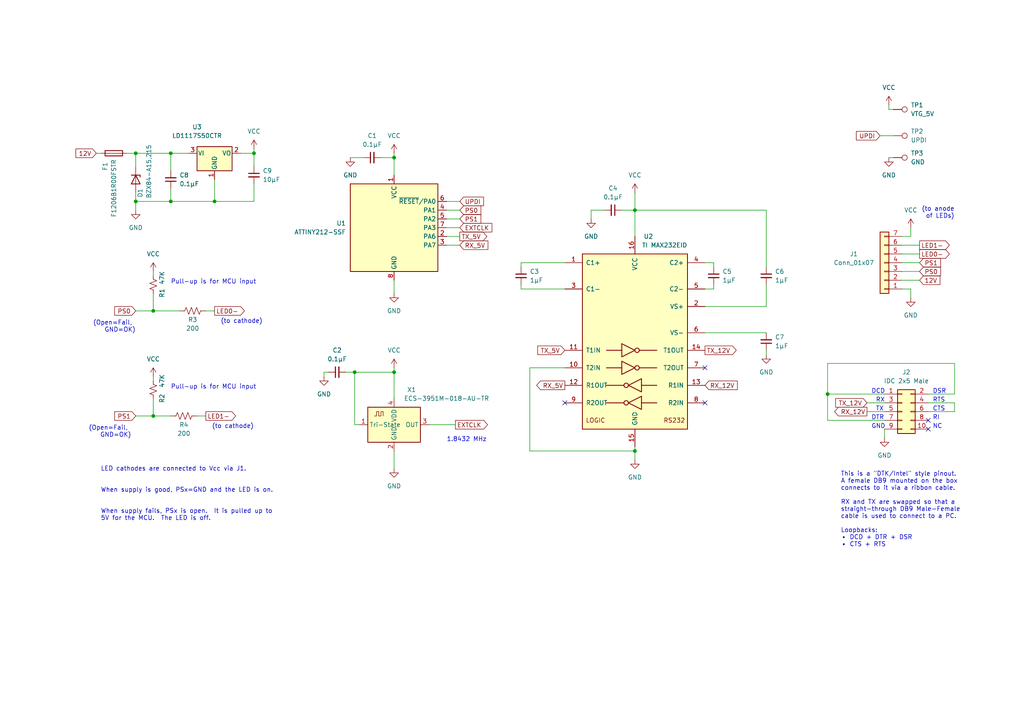
<source format=kicad_sch>
(kicad_sch (version 20230121) (generator eeschema)
  (paper "A4")
  (lib_symbols
    (symbol "Connector:TestPoint" (pin_numbers hide) (pin_names (offset 0.762) hide)
      (property "Reference" "TP" (at 0 6.858 0))
      (property "Value" "TestPoint" (at 0 5.08 0))
      (symbol "TestPoint_0_1"
        (circle (center 0 3.302) (radius 0.762))
      )
      (symbol "TestPoint_1_1"
        (pin passive line (at 0 0 90) (length 2.54) (name "1") (number "1"))
      )
    )
    (symbol "Connector_Generic:Conn_01x07" (pin_names (offset 1.016) hide)
      (property "Reference" "J" (at 0 10.16 0))
      (property "Value" "Conn_01x07" (at 0 -10.16 0))
      (symbol "Conn_01x07_1_1"
        (rectangle (start -1.27 -7.493) (end 0 -7.747) (stroke (width 0.1524)))
        (rectangle (start -1.27 -4.953) (end 0 -5.207) (stroke (width 0.1524)))
        (rectangle (start -1.27 -2.413) (end 0 -2.667) (stroke (width 0.1524)))
        (rectangle (start -1.27 0.127) (end 0 -0.127) (stroke (width 0.1524)))
        (rectangle (start -1.27 2.667) (end 0 2.413) (stroke (width 0.1524)))
        (rectangle (start -1.27 5.207) (end 0 4.953) (stroke (width 0.1524)))
        (rectangle (start -1.27 7.747) (end 0 7.493) (stroke (width 0.1524)))
        (rectangle (start -1.27 8.89) (end 1.27 -8.89) (stroke (width 0.254)) (fill (type background)))
        (pin passive line (at -5.08 7.62 0) (length 3.81) (name "Pin_1") (number "1"))
        (pin passive line (at -5.08 5.08 0) (length 3.81) (name "Pin_2") (number "2"))
        (pin passive line (at -5.08 2.54 0) (length 3.81) (name "Pin_3") (number "3"))
        (pin passive line (at -5.08 0 0) (length 3.81) (name "Pin_4") (number "4"))
        (pin passive line (at -5.08 -2.54 0) (length 3.81) (name "Pin_5") (number "5"))
        (pin passive line (at -5.08 -5.08 0) (length 3.81) (name "Pin_6") (number "6"))
        (pin passive line (at -5.08 -7.62 0) (length 3.81) (name "Pin_7") (number "7"))
      )
    )
    (symbol "Connector_Generic:Conn_02x05_Odd_Even" (pin_names (offset 1.016) hide)
      (property "Reference" "J" (at 1.27 7.62 0))
      (property "Value" "Conn_02x05_Odd_Even" (at 1.27 -7.62 0))
      (symbol "Conn_02x05_Odd_Even_1_1"
        (rectangle (start -1.27 -4.953) (end 0 -5.207) (stroke (width 0.1524)))
        (rectangle (start -1.27 -2.413) (end 0 -2.667) (stroke (width 0.1524)))
        (rectangle (start -1.27 0.127) (end 0 -0.127) (stroke (width 0.1524)))
        (rectangle (start -1.27 2.667) (end 0 2.413) (stroke (width 0.1524)))
        (rectangle (start -1.27 5.207) (end 0 4.953) (stroke (width 0.1524)))
        (rectangle (start -1.27 6.35) (end 3.81 -6.35) (stroke (width 0.254)) (fill (type background)))
        (rectangle (start 3.81 -4.953) (end 2.54 -5.207) (stroke (width 0.1524)))
        (rectangle (start 3.81 -2.413) (end 2.54 -2.667) (stroke (width 0.1524)))
        (rectangle (start 3.81 0.127) (end 2.54 -0.127) (stroke (width 0.1524)))
        (rectangle (start 3.81 2.667) (end 2.54 2.413) (stroke (width 0.1524)))
        (rectangle (start 3.81 5.207) (end 2.54 4.953) (stroke (width 0.1524)))
        (pin passive line (at -5.08 5.08 0) (length 3.81) (name "Pin_1") (number "1"))
        (pin passive line (at 7.62 -5.08 180) (length 3.81) (name "Pin_10") (number "10"))
        (pin passive line (at 7.62 5.08 180) (length 3.81) (name "Pin_2") (number "2"))
        (pin passive line (at -5.08 2.54 0) (length 3.81) (name "Pin_3") (number "3"))
        (pin passive line (at 7.62 2.54 180) (length 3.81) (name "Pin_4") (number "4"))
        (pin passive line (at -5.08 0 0) (length 3.81) (name "Pin_5") (number "5"))
        (pin passive line (at 7.62 0 180) (length 3.81) (name "Pin_6") (number "6"))
        (pin passive line (at -5.08 -2.54 0) (length 3.81) (name "Pin_7") (number "7"))
        (pin passive line (at 7.62 -2.54 180) (length 3.81) (name "Pin_8") (number "8"))
        (pin passive line (at -5.08 -5.08 0) (length 3.81) (name "Pin_9") (number "9"))
      )
    )
    (symbol "Device:C_Small" (pin_numbers hide) (pin_names (offset 0.254) hide)
      (property "Reference" "C" (at 0.254 1.778 0))
      (property "Value" "C_Small" (at 0.254 -2.032 0))
      (symbol "C_Small_0_1"
        (polyline (pts (xy -1.524 -0.508) (xy 1.524 -0.508)) (stroke (width 0.3302)))
        (polyline (pts (xy -1.524 0.508) (xy 1.524 0.508)) (stroke (width 0.3048)))
      )
      (symbol "C_Small_1_1"
        (pin passive line (at 0 2.54 270) (length 2.032) (name "~") (number "1"))
        (pin passive line (at 0 -2.54 90) (length 2.032) (name "~") (number "2"))
      )
    )
    (symbol "Device:Fuse" (pin_numbers hide) (pin_names (offset 0))
      (property "Reference" "F" (at 2.032 0 90))
      (property "Value" "Fuse" (at -1.905 0 90))
      (symbol "Fuse_0_1"
        (rectangle (start -0.762 -2.54) (end 0.762 2.54) (stroke (width 0.254)))
        (polyline (pts (xy 0 2.54) (xy 0 -2.54)))
      )
      (symbol "Fuse_1_1"
        (pin passive line (at 0 3.81 270) (length 1.27) (name "~") (number "1"))
        (pin passive line (at 0 -3.81 90) (length 1.27) (name "~") (number "2"))
      )
    )
    (symbol "Device:R_Small_US" (pin_numbers hide) (pin_names (offset 0.254) hide)
      (property "Reference" "R" (at 0.762 0.508 0))
      (property "Value" "R_Small_US" (at 0.762 -1.016 0))
      (symbol "R_Small_US_1_1"
        (polyline (pts (xy 0 0) (xy 1.016 -0.381) (xy 0 -0.762) (xy -1.016 -1.143) (xy 0 -1.524)))
        (polyline (pts (xy 0 1.524) (xy 1.016 1.143) (xy 0 0.762) (xy -1.016 0.381) (xy 0 0)))
        (pin passive line (at 0 2.54 270) (length 1.016) (name "~") (number "1"))
        (pin passive line (at 0 -2.54 90) (length 1.016) (name "~") (number "2"))
      )
    )
    (symbol "Device:R_US" (pin_numbers hide) (pin_names (offset 0))
      (property "Reference" "R" (at 2.54 0 90))
      (property "Value" "R_US" (at -2.54 0 90))
      (symbol "R_US_0_1"
        (polyline (pts (xy 0 -2.286) (xy 0 -2.54)))
        (polyline (pts (xy 0 2.286) (xy 0 2.54)))
        (polyline (pts (xy 0 -0.762) (xy 1.016 -1.143) (xy 0 -1.524) (xy -1.016 -1.905) (xy 0 -2.286)))
        (polyline (pts (xy 0 0.762) (xy 1.016 0.381) (xy 0 0) (xy -1.016 -0.381) (xy 0 -0.762)))
        (polyline (pts (xy 0 2.286) (xy 1.016 1.905) (xy 0 1.524) (xy -1.016 1.143) (xy 0 0.762)))
      )
      (symbol "R_US_1_1"
        (pin passive line (at 0 3.81 270) (length 1.27) (name "~") (number "1"))
        (pin passive line (at 0 -3.81 90) (length 1.27) (name "~") (number "2"))
      )
    )
    (symbol "Diode:BZX84Cxx" (pin_numbers hide) (pin_names hide)
      (property "Reference" "D" (at 0 3.81 0))
      (property "Value" "BZX84Cxx" (at 0 -3.81 0))
      (symbol "BZX84Cxx_0_1"
        (polyline (pts (xy 1.27 0) (xy -1.27 0)))
        (polyline (pts (xy -1.27 -1.27) (xy -1.27 1.27) (xy -0.762 1.27)) (stroke (width 0.254)))
        (polyline (pts (xy 1.27 -1.27) (xy 1.27 1.27) (xy -1.27 0) (xy 1.27 -1.27)) (stroke (width 0.254)))
      )
      (symbol "BZX84Cxx_1_1"
        (pin passive line (at 3.81 0 180) (length 2.54) (name "A") (number "1"))
        (pin no_connect line (at 1.27 0 180) (length 2.54) hide (name "NC") (number "2"))
        (pin passive line (at -3.81 0 0) (length 2.54) (name "K") (number "3"))
      )
    )
    (symbol "Interface_UART:MAX232" (pin_names (offset 1.016))
      (property "Reference" "U" (at -2.54 28.575 0))
      (property "Value" "MAX232" (at -2.54 26.67 0))
      (symbol "MAX232_0_0"
        (text "LOGIC" (at -11.43 -22.86 0) (effects (font (size 1.27 1.27))))
        (text "RS232" (at 11.43 -22.86 0) (effects (font (size 1.27 1.27))))
      )
      (symbol "MAX232_0_1"
        (rectangle (start -15.24 -25.4) (end 15.24 25.4) (stroke (width 0.254)) (fill (type background)))
        (circle (center -2.54 -17.78) (radius 0.635) (stroke (width 0.254)))
        (circle (center -2.54 -12.7) (radius 0.635) (stroke (width 0.254)))
        (polyline (pts (xy -3.81 -7.62) (xy -8.255 -7.62)) (stroke (width 0.254)))
        (polyline (pts (xy -3.81 -2.54) (xy -8.255 -2.54)) (stroke (width 0.254)))
        (polyline (pts (xy -3.175 -17.78) (xy -8.255 -17.78)) (stroke (width 0.254)))
        (polyline (pts (xy -3.175 -12.7) (xy -8.255 -12.7)) (stroke (width 0.254)))
        (polyline (pts (xy 1.27 -7.62) (xy 6.35 -7.62)) (stroke (width 0.254)))
        (polyline (pts (xy 1.27 -2.54) (xy 6.35 -2.54)) (stroke (width 0.254)))
        (polyline (pts (xy 1.905 -17.78) (xy 6.35 -17.78)) (stroke (width 0.254)))
        (polyline (pts (xy 1.905 -12.7) (xy 6.35 -12.7)) (stroke (width 0.254)))
        (polyline (pts (xy -3.81 -5.715) (xy -3.81 -9.525) (xy 0 -7.62) (xy -3.81 -5.715)) (stroke (width 0.254)))
        (polyline (pts (xy -3.81 -0.635) (xy -3.81 -4.445) (xy 0 -2.54) (xy -3.81 -0.635)) (stroke (width 0.254)))
        (polyline (pts (xy 1.905 -15.875) (xy 1.905 -19.685) (xy -1.905 -17.78) (xy 1.905 -15.875)) (stroke (width 0.254)))
        (polyline (pts (xy 1.905 -10.795) (xy 1.905 -14.605) (xy -1.905 -12.7) (xy 1.905 -10.795)) (stroke (width 0.254)))
        (circle (center 0.635 -7.62) (radius 0.635) (stroke (width 0.254)))
        (circle (center 0.635 -2.54) (radius 0.635) (stroke (width 0.254)))
      )
      (symbol "MAX232_1_1"
        (pin passive line (at -20.32 22.86 0) (length 5.08) (name "C1+") (number "1"))
        (pin input line (at -20.32 -7.62 0) (length 5.08) (name "T2IN") (number "10"))
        (pin input line (at -20.32 -2.54 0) (length 5.08) (name "T1IN") (number "11"))
        (pin output line (at -20.32 -12.7 0) (length 5.08) (name "R1OUT") (number "12"))
        (pin input line (at 20.32 -12.7 180) (length 5.08) (name "R1IN") (number "13"))
        (pin output line (at 20.32 -2.54 180) (length 5.08) (name "T1OUT") (number "14"))
        (pin power_in line (at 0 -30.48 90) (length 5.08) (name "GND") (number "15"))
        (pin power_in line (at 0 30.48 270) (length 5.08) (name "VCC") (number "16"))
        (pin power_out line (at 20.32 10.16 180) (length 5.08) (name "VS+") (number "2"))
        (pin passive line (at -20.32 15.24 0) (length 5.08) (name "C1-") (number "3"))
        (pin passive line (at 20.32 22.86 180) (length 5.08) (name "C2+") (number "4"))
        (pin passive line (at 20.32 15.24 180) (length 5.08) (name "C2-") (number "5"))
        (pin power_out line (at 20.32 2.54 180) (length 5.08) (name "VS-") (number "6"))
        (pin output line (at 20.32 -7.62 180) (length 5.08) (name "T2OUT") (number "7"))
        (pin input line (at 20.32 -17.78 180) (length 5.08) (name "R2IN") (number "8"))
        (pin output line (at -20.32 -17.78 0) (length 5.08) (name "R2OUT") (number "9"))
      )
    )
    (symbol "MCU_Microchip_ATtiny:ATtiny212-SS"
      (property "Reference" "U" (at -12.7 13.97 0))
      (property "Value" "ATtiny212-SS" (at 2.54 -13.97 0))
      (symbol "ATtiny212-SS_0_1"
        (rectangle (start -12.7 -12.7) (end 12.7 12.7) (stroke (width 0.254)) (fill (type background)))
      )
      (symbol "ATtiny212-SS_1_1"
        (pin power_in line (at 0 15.24 270) (length 2.54) (name "VCC") (number "1"))
        (pin bidirectional line (at 15.24 -2.54 180) (length 2.54) (name "PA6") (number "2"))
        (pin bidirectional line (at 15.24 -5.08 180) (length 2.54) (name "PA7") (number "3"))
        (pin bidirectional line (at 15.24 5.08 180) (length 2.54) (name "PA1") (number "4"))
        (pin bidirectional line (at 15.24 2.54 180) (length 2.54) (name "PA2") (number "5"))
        (pin bidirectional line (at 15.24 7.62 180) (length 2.54) (name "~{RESET}/PA0") (number "6"))
        (pin bidirectional line (at 15.24 0 180) (length 2.54) (name "PA3") (number "7"))
        (pin power_in line (at 0 -15.24 90) (length 2.54) (name "GND") (number "8"))
      )
    )
    (symbol "Oscillator:ASCO"
      (property "Reference" "X" (at -7.62 6.35 0))
      (property "Value" "ASCO" (at 1.27 -6.35 0))
      (symbol "ASCO_0_1"
        (rectangle (start -7.62 5.08) (end 7.62 -5.08) (stroke (width 0.254)) (fill (type background)))
        (polyline (pts (xy -5.715 2.54) (xy -5.08 2.54) (xy -5.08 3.81) (xy -4.445 3.81) (xy -4.445 2.54) (xy -3.81 2.54) (xy -3.81 3.81) (xy -3.175 3.81) (xy -3.175 2.54)))
      )
      (symbol "ASCO_1_1"
        (pin input line (at -10.16 0 0) (length 2.54) (name "Tri-State") (number "1"))
        (pin power_in line (at 0 -7.62 90) (length 2.54) (name "GND") (number "2"))
        (pin output line (at 10.16 0 180) (length 2.54) (name "OUT") (number "3"))
        (pin power_in line (at 0 7.62 270) (length 2.54) (name "VDD") (number "4"))
      )
    )
    (symbol "Regulator_Linear:LD1117S50TR_SOT223" (pin_names (offset 0.254))
      (property "Reference" "U" (at -3.81 3.175 0))
      (property "Value" "LD1117S50TR_SOT223" (at 0 3.175 0))
      (symbol "LD1117S50TR_SOT223_0_1"
        (rectangle (start -5.08 -5.08) (end 5.08 1.905) (stroke (width 0.254)) (fill (type background)))
      )
      (symbol "LD1117S50TR_SOT223_1_1"
        (pin power_in line (at 0 -7.62 90) (length 2.54) (name "GND") (number "1"))
        (pin power_out line (at 7.62 0 180) (length 2.54) (name "VO") (number "2"))
        (pin power_in line (at -7.62 0 0) (length 2.54) (name "VI") (number "3"))
      )
    )
    (symbol "power:GND" (power) (pin_names (offset 0))
      (property "Value" "GND" (at 0 -3.81 0))
      (symbol "GND_0_1"
        (polyline (pts (xy 0 0) (xy 0 -1.27) (xy 1.27 -1.27) (xy 0 -2.54) (xy -1.27 -1.27) (xy 0 -1.27)))
      )
      (symbol "GND_1_1"
        (pin power_in line (at 0 0 270) (length 0) hide (name "GND") (number "1"))
      )
    )
    (symbol "power:VCC" (power) (pin_names (offset 0))
      (property "Value" "VCC" (at 0 3.81 0))
      (symbol "VCC_0_1"
        (polyline (pts (xy -0.762 1.27) (xy 0 2.54)))
        (polyline (pts (xy 0 0) (xy 0 2.54)))
        (polyline (pts (xy 0 2.54) (xy 0.762 1.27)))
      )
      (symbol "VCC_1_1"
        (pin power_in line (at 0 0 90) (length 0) hide (name "VCC") (number "1"))
      )
    )
  )
  (junction (at 39.37 44.45))
  (junction (at 49.53 44.45))
  (junction (at 114.3 45.72))
  (junction (at 44.45 90.17))
  (junction (at 240.03 114.3))
  (junction (at 114.3 107.95))
  (junction (at 39.37 58.42))
  (junction (at 184.15 130.81))
  (junction (at 73.66 44.45))
  (junction (at 184.15 60.96))
  (junction (at 44.45 120.65))
  (junction (at 102.87 107.95))
  (junction (at 62.23 58.42))
  (junction (at 49.53 58.42))
  (no_connect (at 269.24 124.46))
  (no_connect (at 269.24 121.92))
  (no_connect (at 204.47 106.68))
  (no_connect (at 204.47 116.84))
  (no_connect (at 163.83 116.84))
  (wire (pts (xy 129.54 68.58) (xy 133.35 68.58)))
  (wire (pts (xy 256.54 124.46) (xy 256.54 127)))
  (wire (pts (xy 151.13 76.2) (xy 151.13 77.47)))
  (wire (pts (xy 44.45 115.57) (xy 44.45 120.65)))
  (wire (pts (xy 100.33 107.95) (xy 102.87 107.95)))
  (wire (pts (xy 276.86 116.84) (xy 276.86 119.38)))
  (wire (pts (xy 104.14 123.19) (xy 102.87 123.19)))
  (wire (pts (xy 256.54 114.3) (xy 240.03 114.3)))
  (wire (pts (xy 39.37 120.65) (xy 44.45 120.65)))
  (wire (pts (xy 184.15 60.96) (xy 184.15 68.58)))
  (wire (pts (xy 261.62 78.74) (xy 266.7 78.74)))
  (wire (pts (xy 49.53 58.42) (xy 62.23 58.42)))
  (wire (pts (xy 163.83 83.82) (xy 151.13 83.82)))
  (wire (pts (xy 163.83 76.2) (xy 151.13 76.2)))
  (wire (pts (xy 49.53 44.45) (xy 49.53 49.53)))
  (wire (pts (xy 101.6 45.72) (xy 105.41 45.72)))
  (wire (pts (xy 36.83 44.45) (xy 39.37 44.45)))
  (wire (pts (xy 255.27 39.37) (xy 259.08 39.37)))
  (wire (pts (xy 124.46 123.19) (xy 132.08 123.19)))
  (wire (pts (xy 222.25 60.96) (xy 222.25 77.47)))
  (wire (pts (xy 129.54 60.96) (xy 133.35 60.96)))
  (wire (pts (xy 261.62 81.28) (xy 266.7 81.28)))
  (wire (pts (xy 114.3 106.68) (xy 114.3 107.95)))
  (wire (pts (xy 27.94 44.45) (xy 29.21 44.45)))
  (wire (pts (xy 39.37 44.45) (xy 49.53 44.45)))
  (wire (pts (xy 110.49 45.72) (xy 114.3 45.72)))
  (wire (pts (xy 153.67 106.68) (xy 153.67 130.81)))
  (wire (pts (xy 251.46 119.38) (xy 256.54 119.38)))
  (wire (pts (xy 240.03 105.41) (xy 240.03 114.3)))
  (wire (pts (xy 44.45 85.09) (xy 44.45 90.17)))
  (wire (pts (xy 171.45 60.96) (xy 171.45 63.5)))
  (wire (pts (xy 39.37 58.42) (xy 39.37 60.96)))
  (wire (pts (xy 269.24 116.84) (xy 276.86 116.84)))
  (wire (pts (xy 129.54 71.12) (xy 133.35 71.12)))
  (wire (pts (xy 73.66 43.18) (xy 73.66 44.45)))
  (wire (pts (xy 129.54 66.04) (xy 133.35 66.04)))
  (wire (pts (xy 207.01 82.55) (xy 207.01 83.82)))
  (wire (pts (xy 49.53 44.45) (xy 54.61 44.45)))
  (wire (pts (xy 261.62 73.66) (xy 266.7 73.66)))
  (wire (pts (xy 207.01 83.82) (xy 204.47 83.82)))
  (wire (pts (xy 184.15 129.54) (xy 184.15 130.81)))
  (wire (pts (xy 44.45 120.65) (xy 49.53 120.65)))
  (wire (pts (xy 129.54 58.42) (xy 133.35 58.42)))
  (wire (pts (xy 222.25 88.9) (xy 222.25 82.55)))
  (wire (pts (xy 180.34 60.96) (xy 184.15 60.96)))
  (wire (pts (xy 153.67 130.81) (xy 184.15 130.81)))
  (wire (pts (xy 264.16 83.82) (xy 264.16 86.36)))
  (wire (pts (xy 276.86 105.41) (xy 240.03 105.41)))
  (wire (pts (xy 62.23 58.42) (xy 62.23 52.07)))
  (wire (pts (xy 261.62 76.2) (xy 266.7 76.2)))
  (wire (pts (xy 39.37 55.88) (xy 39.37 58.42)))
  (wire (pts (xy 102.87 107.95) (xy 102.87 123.19)))
  (wire (pts (xy 93.98 107.95) (xy 95.25 107.95)))
  (wire (pts (xy 207.01 76.2) (xy 204.47 76.2)))
  (wire (pts (xy 222.25 101.6) (xy 222.25 102.87)))
  (wire (pts (xy 59.69 90.17) (xy 62.23 90.17)))
  (wire (pts (xy 264.16 68.58) (xy 264.16 66.04)))
  (wire (pts (xy 257.81 31.75) (xy 259.08 31.75)))
  (wire (pts (xy 151.13 83.82) (xy 151.13 82.55)))
  (wire (pts (xy 251.46 116.84) (xy 256.54 116.84)))
  (wire (pts (xy 184.15 55.88) (xy 184.15 60.96)))
  (wire (pts (xy 204.47 96.52) (xy 222.25 96.52)))
  (wire (pts (xy 57.15 120.65) (xy 59.69 120.65)))
  (wire (pts (xy 102.87 107.95) (xy 114.3 107.95)))
  (wire (pts (xy 129.54 63.5) (xy 133.35 63.5)))
  (wire (pts (xy 269.24 119.38) (xy 276.86 119.38)))
  (wire (pts (xy 276.86 114.3) (xy 276.86 105.41)))
  (wire (pts (xy 261.62 71.12) (xy 266.7 71.12)))
  (wire (pts (xy 269.24 114.3) (xy 276.86 114.3)))
  (wire (pts (xy 44.45 78.74) (xy 44.45 80.01)))
  (wire (pts (xy 39.37 90.17) (xy 44.45 90.17)))
  (wire (pts (xy 261.62 83.82) (xy 264.16 83.82)))
  (wire (pts (xy 171.45 60.96) (xy 175.26 60.96)))
  (wire (pts (xy 69.85 44.45) (xy 73.66 44.45)))
  (wire (pts (xy 204.47 88.9) (xy 222.25 88.9)))
  (wire (pts (xy 44.45 90.17) (xy 52.07 90.17)))
  (wire (pts (xy 261.62 68.58) (xy 264.16 68.58)))
  (wire (pts (xy 39.37 44.45) (xy 39.37 48.26)))
  (wire (pts (xy 44.45 109.22) (xy 44.45 110.49)))
  (wire (pts (xy 184.15 60.96) (xy 222.25 60.96)))
  (wire (pts (xy 49.53 54.61) (xy 49.53 58.42)))
  (wire (pts (xy 114.3 81.28) (xy 114.3 85.09)))
  (wire (pts (xy 207.01 77.47) (xy 207.01 76.2)))
  (wire (pts (xy 184.15 130.81) (xy 184.15 133.35)))
  (wire (pts (xy 114.3 44.45) (xy 114.3 45.72)))
  (wire (pts (xy 240.03 114.3) (xy 240.03 121.92)))
  (wire (pts (xy 163.83 106.68) (xy 153.67 106.68)))
  (wire (pts (xy 114.3 45.72) (xy 114.3 50.8)))
  (wire (pts (xy 240.03 121.92) (xy 256.54 121.92)))
  (wire (pts (xy 73.66 58.42) (xy 62.23 58.42)))
  (wire (pts (xy 93.98 107.95) (xy 93.98 109.22)))
  (wire (pts (xy 73.66 44.45) (xy 73.66 48.26)))
  (wire (pts (xy 114.3 107.95) (xy 114.3 115.57)))
  (wire (pts (xy 114.3 130.81) (xy 114.3 135.89)))
  (wire (pts (xy 39.37 58.42) (xy 49.53 58.42)))
  (wire (pts (xy 257.81 30.48) (xy 257.81 31.75)))
  (wire (pts (xy 73.66 53.34) (xy 73.66 58.42)))
  (wire (pts (xy 257.81 45.72) (xy 259.08 45.72)))
  (text "RTS" (at 270.51 116.84 0) (effects (font (size 1.27 1.27)) (justify left bottom)))
  (text "1.8432 MHz" (at 129.54 128.27 0) (effects (font (size 1.27 1.27)) (justify left bottom)))
  (text "DTR" (at 252.73 121.92 0) (effects (font (size 1.27 1.27)) (justify left bottom)))
  (text "(to anode\n  of LEDs)" (at 276.86 63.5 0) (effects (font (size 1.27 1.27)) (justify right bottom)))
  (text "DCD" (at 252.73 114.3 0) (effects (font (size 1.27 1.27)) (justify left bottom)))
  (text "(to cathode)" (at 76.2 93.98 0) (effects (font (size 1.27 1.27)) (justify right bottom)))
  (text "TX" (at 254 119.38 0) (effects (font (size 1.27 1.27)) (justify left bottom)))
  (text "(Open=Fail, \n GND=OK)" (at 38.1 127 0) (effects (font (size 1.27 1.27)) (justify right bottom)))
  (text "LED cathodes are connected to Vcc via J1.\n\n\nWhen supply is good, PSx=GND and the LED is on.\n\n\nWhen supply fails, PSx is open.  It is pulled up to \n5V for the MCU.  The LED is off." (at 29.21 151.13 0) (effects (font (size 1.27 1.27)) (justify left bottom)))
  (text "RI" (at 270.51 121.92 0) (effects (font (size 1.27 1.27)) (justify left bottom)))
  (text "(Open=Fail, \n GND=OK)" (at 39.37 96.52 0) (effects (font (size 1.27 1.27)) (justify right bottom)))
  (text "This is a \"DTK/Intel\" style pinout.\nA female DB9 mounted on the box\nconnects to it via a ribbon cable.\n\nRX and TX are swapped so that a \nstraight-through DB9 Male-Female\ncable is used to connect to a PC.\n\nLoopbacks:\n• DCD + DTR + DSR\n• CTS + RTS" (at 243.84 158.75 0) (effects (font (size 1.27 1.27)) (justify left bottom)))
  (text "DSR" (at 270.51 114.3 0) (effects (font (size 1.27 1.27)) (justify left bottom)))
  (text "CTS" (at 270.51 119.38 0) (effects (font (size 1.27 1.27)) (justify left bottom)))
  (text "Pull-up is for MCU input" (at 49.53 113.03 0) (effects (font (size 1.27 1.27)) (justify left bottom)))
  (text "(to cathode)" (at 73.66 124.46 0) (effects (font (size 1.27 1.27)) (justify right bottom)))
  (text "NC" (at 270.51 124.46 0) (effects (font (size 1.27 1.27)) (justify left bottom)))
  (text "Pull-up is for MCU input" (at 49.53 82.55 0) (effects (font (size 1.27 1.27)) (justify left bottom)))
  (text "RX" (at 254 116.84 0) (effects (font (size 1.27 1.27)) (justify left bottom)))
  (text "GND" (at 252.73 124.46 0) (effects (font (size 1.27 1.27)) (justify left bottom)))
  (global_label "TX_12V" (shape input) (at 251.46 116.84 180) (property "Intersheetrefs" "${INTERSHEET_REFS}" (effects hide)) (property "Referenzen zwischen Schaltplänen" "${INTERSHEET_REFS}" (effects hide)))
  (global_label "12V" (shape input) (at 266.7 81.28 0) (property "Intersheetrefs" "${INTERSHEET_REFS}" (effects hide)) (property "Referenzen zwischen Schaltplänen" "${INTERSHEET_REFS}" (effects hide)))
  (global_label "RX_5V" (shape output) (at 163.83 111.76 180) (property "Intersheetrefs" "${INTERSHEET_REFS}" (effects hide)) (property "Referenzen zwischen Schaltplänen" "${INTERSHEET_REFS}" (effects hide)))
  (global_label "TX_12V" (shape output) (at 204.47 101.6 0) (property "Intersheetrefs" "${INTERSHEET_REFS}" (effects hide)) (property "Referenzen zwischen Schaltplänen" "${INTERSHEET_REFS}" (effects hide)))
  (global_label "RX_12V" (shape output) (at 251.46 119.38 180) (property "Intersheetrefs" "${INTERSHEET_REFS}" (effects hide)) (property "Referenzen zwischen Schaltplänen" "${INTERSHEET_REFS}" (effects hide)))
  (global_label "PS1" (shape input) (at 133.35 63.5 0) (property "Intersheetrefs" "${INTERSHEET_REFS}" (effects hide)) (property "Referenzen zwischen Schaltplänen" "${INTERSHEET_REFS}" (effects hide)))
  (global_label "EXTCLK" (shape output) (at 132.08 123.19 0) (property "Intersheetrefs" "${INTERSHEET_REFS}" (effects hide)) (property "Referenzen zwischen Schaltplänen" "${INTERSHEET_REFS}" (effects hide)))
  (global_label "LED1-" (shape output) (at 266.7 71.12 0) (property "Intersheetrefs" "${INTERSHEET_REFS}" (effects hide)) (property "Referenzen zwischen Schaltplänen" "${INTERSHEET_REFS}" (effects hide)))
  (global_label "UPDI" (shape input) (at 255.27 39.37 180) (property "Intersheetrefs" "${INTERSHEET_REFS}" (effects hide)) (property "Referenzen zwischen Schaltplänen" "${INTERSHEET_REFS}" (effects hide)))
  (global_label "RX_5V" (shape input) (at 133.35 71.12 0) (property "Intersheetrefs" "${INTERSHEET_REFS}" (effects hide)) (property "Referenzen zwischen Schaltplänen" "${INTERSHEET_REFS}" (effects hide)))
  (global_label "PS0" (shape input) (at 266.7 78.74 0) (property "Intersheetrefs" "${INTERSHEET_REFS}" (effects hide)) (property "Referenzen zwischen Schaltplänen" "${INTERSHEET_REFS}" (effects hide)))
  (global_label "12V" (shape input) (at 27.94 44.45 180) (property "Intersheetrefs" "${INTERSHEET_REFS}" (effects hide)) (property "Referenzen zwischen Schaltplänen" "${INTERSHEET_REFS}" (effects hide)))
  (global_label "TX_5V" (shape input) (at 163.83 101.6 180) (property "Intersheetrefs" "${INTERSHEET_REFS}" (effects hide)) (property "Referenzen zwischen Schaltplänen" "${INTERSHEET_REFS}" (effects hide)))
  (global_label "LED0-" (shape output) (at 266.7 73.66 0) (property "Intersheetrefs" "${INTERSHEET_REFS}" (effects hide)) (property "Referenzen zwischen Schaltplänen" "${INTERSHEET_REFS}" (effects hide)))
  (global_label "PS1" (shape input) (at 39.37 120.65 180) (property "Intersheetrefs" "${INTERSHEET_REFS}" (effects hide)) (property "Referenzen zwischen Schaltplänen" "${INTERSHEET_REFS}" (effects hide)))
  (global_label "EXTCLK" (shape input) (at 133.35 66.04 0) (property "Intersheetrefs" "${INTERSHEET_REFS}" (effects hide)) (property "Referenzen zwischen Schaltplänen" "${INTERSHEET_REFS}" (effects hide)))
  (global_label "PS0" (shape input) (at 133.35 60.96 0) (property "Intersheetrefs" "${INTERSHEET_REFS}" (effects hide)) (property "Referenzen zwischen Schaltplänen" "${INTERSHEET_REFS}" (effects hide)))
  (global_label "RX_12V" (shape input) (at 204.47 111.76 0) (property "Intersheetrefs" "${INTERSHEET_REFS}" (effects hide)) (property "Referenzen zwischen Schaltplänen" "${INTERSHEET_REFS}" (effects hide)))
  (global_label "LED1-" (shape output) (at 59.69 120.65 0) (property "Intersheetrefs" "${INTERSHEET_REFS}" (effects hide)) (property "Referenzen zwischen Schaltplänen" "${INTERSHEET_REFS}" (effects hide)))
  (global_label "PS0" (shape input) (at 39.37 90.17 180) (property "Intersheetrefs" "${INTERSHEET_REFS}" (effects hide)) (property "Referenzen zwischen Schaltplänen" "${INTERSHEET_REFS}" (effects hide)))
  (global_label "UPDI" (shape input) (at 133.35 58.42 0) (property "Intersheetrefs" "${INTERSHEET_REFS}" (effects hide)) (property "Referenzen zwischen Schaltplänen" "${INTERSHEET_REFS}" (effects hide)))
  (global_label "LED0-" (shape output) (at 62.23 90.17 0) (property "Intersheetrefs" "${INTERSHEET_REFS}" (effects hide)) (property "Referenzen zwischen Schaltplänen" "${INTERSHEET_REFS}" (effects hide)))
  (global_label "PS1" (shape input) (at 266.7 76.2 0) (property "Intersheetrefs" "${INTERSHEET_REFS}" (effects hide)) (property "Referenzen zwischen Schaltplänen" "${INTERSHEET_REFS}" (effects hide)))
  (global_label "TX_5V" (shape output) (at 133.35 68.58 0) (property "Intersheetrefs" "${INTERSHEET_REFS}" (effects hide)) (property "Referenzen zwischen Schaltplänen" "${INTERSHEET_REFS}" (effects hide)))
  (symbol (lib_id "Device:C_Small") (at 151.13 80.01 0) (unit 1)
    (property "Reference" "C3" (at 153.67 78.7462 0) (effects (justify left)))
    (property "Value" "1μF" (at 153.67 81.2862 0) (effects (justify left)))
    (property "Footprint" "Capacitor_SMD:C_0805_2012Metric_Pad1.18x1.45mm_HandSolder" (effects hide))
  )
  (symbol (lib_id "Interface_UART:MAX232") (at 184.15 99.06 0) (unit 1)
    (property "Reference" "U2" (at 186.69 68.58 0) (effects (justify left)))
    (property "Value" "TI MAX232EID" (at 186.1694 71.12 0) (effects (justify left)))
    (property "Footprint" "Package_SO:SOIC-16_3.9x9.9mm_P1.27mm" (effects hide))
    (property "Datasheet" "http://www.ti.com/lit/ds/symlink/max232.pdf" (effects hide))
  )
  (symbol (lib_id "power:GND") (at 114.3 135.89 0) (unit 1)
    (property "Reference" "#PWR0108" (effects hide))
    (property "Value" "GND" (at 114.3 140.97 0))
  )
  (symbol (lib_id "power:GND") (at 114.3 85.09 0) (unit 1)
    (property "Reference" "#PWR0106" (effects hide))
    (property "Value" "GND" (at 114.3 90.17 0))
  )
  (symbol (lib_id "MCU_Microchip_ATtiny:ATtiny212-SS") (at 114.3 66.04 0) (unit 1)
    (property "Reference" "U1" (at 100.33 64.7699 0) (effects (justify right)))
    (property "Value" "ATTINY212-SSF" (at 100.33 67.3099 0) (effects (justify right)))
    (property "Footprint" "Package_SO:SOIC-8_3.9x4.9mm_P1.27mm" (effects hide))
    (property "Datasheet" "http://ww1.microchip.com/downloads/en/DeviceDoc/40001911A.pdf" (effects hide))
  )
  (symbol (lib_id "power:VCC") (at 264.16 66.04 0) (unit 1)
    (property "Reference" "#PWR0119" (effects hide))
    (property "Value" "VCC" (at 264.16 60.96 0))
  )
  (symbol (lib_id "power:VCC") (at 114.3 106.68 0) (unit 1)
    (property "Reference" "#PWR0105" (effects hide))
    (property "Value" "VCC" (at 114.3 101.6 0))
  )
  (symbol (lib_id "Device:C_Small") (at 222.25 80.01 0) (unit 1)
    (property "Reference" "C6" (at 224.79 78.7462 0) (effects (justify left)))
    (property "Value" "1μF" (at 224.79 81.2862 0) (effects (justify left)))
    (property "Footprint" "Capacitor_SMD:C_0805_2012Metric_Pad1.18x1.45mm_HandSolder" (effects hide))
  )
  (symbol (lib_id "power:GND") (at 184.15 133.35 0) (unit 1)
    (property "Reference" "#PWR0101" (effects hide))
    (property "Value" "GND" (at 184.15 138.43 0))
  )
  (symbol (lib_id "Connector:TestPoint") (at 259.08 31.75 270) (unit 1)
    (property "Reference" "TP1" (at 264.16 30.4799 90) (effects (justify left)))
    (property "Value" "VTG_5V" (at 264.16 33.0199 90) (effects (justify left)))
    (property "Footprint" "TestPoint:TestPoint_Pad_D2.5mm" (effects hide))
  )
  (symbol (lib_id "Device:C_Small") (at 177.8 60.96 270) (unit 1)
    (property "Reference" "C4" (at 177.7936 54.61 90))
    (property "Value" "0.1μF" (at 177.7936 57.15 90))
    (property "Footprint" "Capacitor_SMD:C_0805_2012Metric_Pad1.18x1.45mm_HandSolder" (effects hide))
  )
  (symbol (lib_id "Oscillator:ASCO") (at 114.3 123.19 0) (unit 1)
    (property "Reference" "X1" (at 119.38 113.03 0))
    (property "Value" "ECS-3951M-018-AU-TR" (at 129.54 115.57 0))
    (property "Footprint" "Oscillator:Oscillator_SMD_Abracon_ASV-4Pin_7.0x5.1mm_HandSoldering" (effects hide))
    (property "Datasheet" "https://abracon.com/Oscillators/ASCO.pdf" (effects hide))
  )
  (symbol (lib_id "Connector_Generic:Conn_01x07") (at 256.54 76.2 180) (unit 1)
    (property "Reference" "J1" (at 247.65 73.66 0))
    (property "Value" "Conn_01x07" (at 247.65 76.2 0))
    (property "Footprint" "Connector_Molex:Molex_KK-254_AE-6410-07A_1x07_P2.54mm_Vertical" (effects hide))
  )
  (symbol (lib_id "Device:C_Small") (at 207.01 80.01 0) (unit 1)
    (property "Reference" "C5" (at 209.55 78.7462 0) (effects (justify left)))
    (property "Value" "1μF" (at 209.55 81.2862 0) (effects (justify left)))
    (property "Footprint" "Capacitor_SMD:C_0805_2012Metric_Pad1.18x1.45mm_HandSolder" (effects hide))
  )
  (symbol (lib_id "Connector:TestPoint") (at 259.08 39.37 270) (unit 1)
    (property "Reference" "TP2" (at 264.16 38.0999 90) (effects (justify left)))
    (property "Value" "UPDI" (at 264.16 40.6399 90) (effects (justify left)))
    (property "Footprint" "TestPoint:TestPoint_Pad_D2.5mm" (effects hide))
  )
  (symbol (lib_id "power:GND") (at 101.6 45.72 0) (unit 1)
    (property "Reference" "#PWR0109" (effects hide))
    (property "Value" "GND" (at 101.6 50.8 0))
  )
  (symbol (lib_id "Device:R_US") (at 53.34 120.65 90) (unit 1)
    (property "Reference" "R4" (at 53.34 123.19 90))
    (property "Value" "200" (at 53.34 125.73 90))
    (property "Footprint" "Resistor_SMD:R_0805_2012Metric_Pad1.20x1.40mm_HandSolder" (effects hide))
  )
  (symbol (lib_id "Connector_Generic:Conn_02x05_Odd_Even") (at 261.62 119.38 0) (unit 1)
    (property "Reference" "J2" (at 262.89 107.95 0))
    (property "Value" "IDC 2x5 Male" (at 262.89 110.49 0))
    (property "Footprint" "Connector_IDC:IDC-Header_2x05_P2.54mm_Vertical" (effects hide))
  )
  (symbol (lib_id "Device:C_Small") (at 107.95 45.72 90) (unit 1)
    (property "Reference" "C1" (at 107.9563 39.37 90))
    (property "Value" "0.1μF" (at 107.9563 41.91 90))
    (property "Footprint" "Capacitor_SMD:C_0805_2012Metric_Pad1.18x1.45mm_HandSolder" (effects hide))
  )
  (symbol (lib_id "Device:Fuse") (at 33.02 44.45 270) (unit 1)
    (property "Reference" "F1" (at 30.48 48.26 0))
    (property "Value" "F1206B1R00FSTR" (at 33.02 54.61 0))
    (property "Footprint" "Fuse:Fuse_1206_3216Metric_Pad1.42x1.75mm_HandSolder" (effects hide))
  )
  (symbol (lib_id "power:VCC") (at 184.15 55.88 0) (unit 1)
    (property "Reference" "#PWR0103" (effects hide))
    (property "Value" "VCC" (at 184.15 50.8 0))
  )
  (symbol (lib_id "Device:C_Small") (at 222.25 99.06 180) (unit 1)
    (property "Reference" "C7" (at 224.79 97.7835 0) (effects (justify right)))
    (property "Value" "1μF" (at 224.79 100.3235 0) (effects (justify right)))
    (property "Footprint" "Capacitor_SMD:C_0805_2012Metric_Pad1.18x1.45mm_HandSolder" (effects hide))
  )
  (symbol (lib_id "Device:C_Small") (at 49.53 52.07 180) (unit 1)
    (property "Reference" "C8" (at 52.07 50.7935 0) (effects (justify right)))
    (property "Value" "0.1μF" (at 52.07 53.3335 0) (effects (justify right)))
    (property "Footprint" "Capacitor_SMD:C_0805_2012Metric_Pad1.18x1.45mm_HandSolder" (effects hide))
  )
  (symbol (lib_id "Regulator_Linear:LD1117S50TR_SOT223") (at 62.23 44.45 0) (unit 1)
    (property "Reference" "U3" (at 57.15 36.83 0))
    (property "Value" "LD1117S50CTR" (at 57.15 39.37 0))
    (property "Footprint" "Package_TO_SOT_SMD:SOT-223-3_TabPin2" (effects hide))
    (property "Datasheet" "http://www.st.com/st-web-ui/static/active/en/resource/technical/document/datasheet/CD00000544.pdf" (effects hide))
  )
  (symbol (lib_id "power:GND") (at 257.81 45.72 0) (unit 1)
    (property "Reference" "#PWR0114" (effects hide))
    (property "Value" "GND" (at 257.81 50.8 0))
  )
  (symbol (lib_id "power:GND") (at 171.45 63.5 0) (unit 1)
    (property "Reference" "#PWR0104" (effects hide))
    (property "Value" "GND" (at 171.45 68.58 0))
  )
  (symbol (lib_id "Device:C_Small") (at 73.66 50.8 0) (unit 1)
    (property "Reference" "C9" (at 76.2 49.5362 0) (effects (justify left)))
    (property "Value" "10μF" (at 76.2 52.0762 0) (effects (justify left)))
    (property "Footprint" "Capacitor_SMD:C_0805_2012Metric_Pad1.18x1.45mm_HandSolder" (effects hide))
  )
  (symbol (lib_id "power:VCC") (at 44.45 78.74 0) (unit 1)
    (property "Reference" "#PWR0111" (effects hide))
    (property "Value" "VCC" (at 44.45 73.66 0))
  )
  (symbol (lib_id "power:GND") (at 264.16 86.36 0) (unit 1)
    (property "Reference" "#PWR0113" (effects hide))
    (property "Value" "GND" (at 264.16 91.44 0))
  )
  (symbol (lib_id "power:GND") (at 93.98 109.22 0) (unit 1)
    (property "Reference" "#PWR0110" (effects hide))
    (property "Value" "GND" (at 93.98 114.3 0))
  )
  (symbol (lib_id "power:GND") (at 222.25 102.87 0) (unit 1)
    (property "Reference" "#PWR0102" (effects hide))
    (property "Value" "GND" (at 222.25 107.95 0))
  )
  (symbol (lib_id "power:GND") (at 256.54 127 0) (unit 1)
    (property "Reference" "#PWR0117" (effects hide))
    (property "Value" "GND" (at 256.54 132.08 0))
  )
  (symbol (lib_id "power:VCC") (at 257.81 30.48 0) (unit 1)
    (property "Reference" "#PWR0116" (effects hide))
    (property "Value" "VCC" (at 257.81 25.4 0))
  )
  (symbol (lib_id "Device:C_Small") (at 97.79 107.95 90) (unit 1)
    (property "Reference" "C2" (at 97.7963 101.6 90))
    (property "Value" "0.1μF" (at 97.7963 104.14 90))
    (property "Footprint" "Capacitor_SMD:C_0805_2012Metric_Pad1.18x1.45mm_HandSolder" (effects hide))
  )
  (symbol (lib_id "power:VCC") (at 73.66 43.18 0) (unit 1)
    (property "Reference" "#PWR0115" (effects hide))
    (property "Value" "VCC" (at 73.66 38.1 0))
  )
  (symbol (lib_id "Device:R_Small_US") (at 44.45 113.03 0) (unit 1)
    (property "Reference" "R2" (at 46.99 115.57 90))
    (property "Value" "47K" (at 46.99 110.49 90))
    (property "Footprint" "Resistor_SMD:R_0805_2012Metric_Pad1.20x1.40mm_HandSolder" (effects hide))
  )
  (symbol (lib_id "power:GND") (at 39.37 60.96 0) (unit 1)
    (property "Reference" "#PWR0112" (effects hide))
    (property "Value" "GND" (at 39.37 66.04 0))
  )
  (symbol (lib_id "power:VCC") (at 114.3 44.45 0) (unit 1)
    (property "Reference" "#PWR0107" (effects hide))
    (property "Value" "VCC" (at 114.3 39.37 0))
  )
  (symbol (lib_id "Device:R_Small_US") (at 44.45 82.55 0) (unit 1)
    (property "Reference" "R1" (at 46.99 86.36 90) (effects (justify left)))
    (property "Value" "47K" (at 46.99 82.55 90) (effects (justify left)))
    (property "Footprint" "Resistor_SMD:R_0805_2012Metric_Pad1.20x1.40mm_HandSolder" (effects hide))
  )
  (symbol (lib_id "Device:R_US") (at 55.88 90.17 90) (unit 1)
    (property "Reference" "R3" (at 55.88 92.71 90))
    (property "Value" "200" (at 55.88 95.25 90))
    (property "Footprint" "Resistor_SMD:R_0805_2012Metric_Pad1.20x1.40mm_HandSolder" (effects hide))
  )
  (symbol (lib_id "power:VCC") (at 44.45 109.22 0) (unit 1)
    (property "Reference" "#PWR0118" (effects hide))
    (property "Value" "VCC" (at 44.45 104.14 0))
  )
  (symbol (lib_id "Diode:BZX84Cxx") (at 39.37 52.07 270) (unit 1)
    (property "Reference" "D1" (at 40.64 54.61 0) (effects (justify left)))
    (property "Value" "BZX84-A15,215" (at 43.18 41.91 0) (effects (justify left)))
    (property "Footprint" "Package_TO_SOT_SMD:SOT-23" (effects hide))
    (property "Datasheet" "https://diotec.com/tl_files/diotec/files/pdf/datasheets/bzx84c2v4.pdf" (effects hide))
  )
  (symbol (lib_id "Connector:TestPoint") (at 259.08 45.72 270) (unit 1)
    (property "Reference" "TP3" (at 264.16 44.4499 90) (effects (justify left)))
    (property "Value" "GND" (at 264.16 46.9899 90) (effects (justify left)))
    (property "Footprint" "TestPoint:TestPoint_Pad_D2.5mm" (effects hide))
  )
)
</source>
